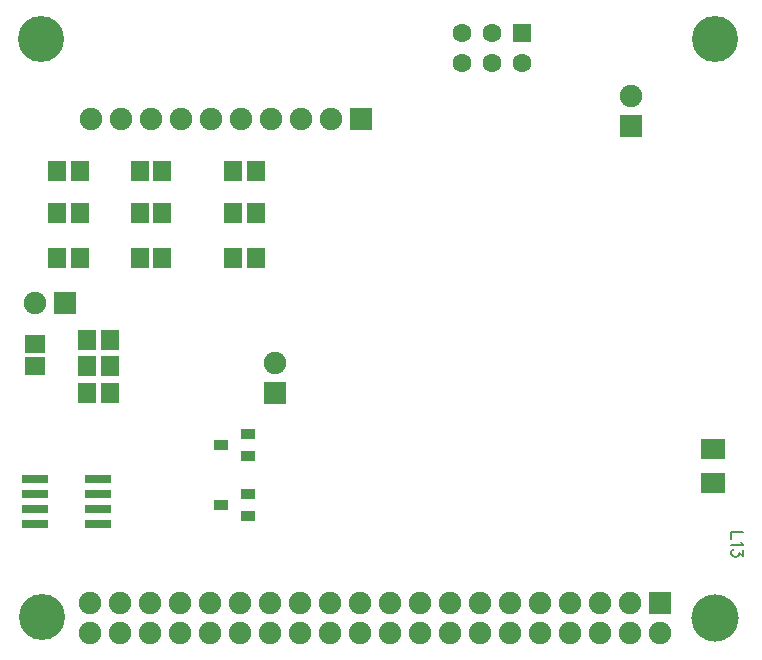
<source format=gbr>
G04 DipTrace 3.3.1.3*
G04 TopMask.gbr*
%MOIN*%
G04 #@! TF.FileFunction,Soldermask,Top*
G04 #@! TF.Part,Single*
%ADD30C,0.15748*%
%ADD31C,0.153543*%
%ADD37R,0.08662X0.031502*%
%ADD39R,0.059061X0.066935*%
%ADD41C,0.062998*%
%ADD43R,0.062998X0.062998*%
%ADD45C,0.074809*%
%ADD47R,0.074809X0.074809*%
%ADD49R,0.078746X0.070872*%
%ADD51R,0.049219X0.033471*%
%ADD53R,0.066935X0.059061*%
%ADD56C,0.006176*%
%FSLAX26Y26*%
G04*
G70*
G90*
G75*
G01*
G04 TopMask*
%LPD*%
D53*
X506200Y1368700D3*
Y1443503D3*
D51*
X1218700Y1068700D3*
Y1143503D3*
X1128149Y1106102D3*
D49*
X2768700Y981200D3*
Y1091436D3*
D30*
X2774802Y531056D3*
D31*
X531747Y532533D3*
X528407Y2459885D3*
X2775124Y2460364D3*
D47*
X1306200Y1281200D3*
D45*
Y1381200D3*
D47*
X2591598Y579489D3*
D45*
Y479489D3*
X2491598Y579489D3*
Y479489D3*
X2391598Y579489D3*
Y479489D3*
X2291598Y579489D3*
Y479489D3*
X2191598Y579489D3*
Y479489D3*
X2091598Y579489D3*
Y479489D3*
X1991598Y579489D3*
Y479489D3*
X1891598Y579489D3*
Y479489D3*
X1791598Y579489D3*
Y479489D3*
X1691598Y579489D3*
Y479489D3*
X1591598Y579489D3*
Y479489D3*
X1491598Y579489D3*
Y479489D3*
X1391598Y579489D3*
Y479489D3*
X1291598Y579489D3*
Y479489D3*
X1191598Y579489D3*
Y479489D3*
X1091598Y579489D3*
Y479489D3*
X991598Y579489D3*
Y479489D3*
X891598Y579489D3*
Y479489D3*
X791598Y579489D3*
Y479489D3*
X691598Y579489D3*
Y479489D3*
D47*
X1593700Y2193700D3*
D45*
X1493700D3*
X1393700D3*
X1293700D3*
X1193700D3*
X1093700D3*
X993700D3*
X893700D3*
X793700D3*
X693700D3*
D47*
X2493700Y2168700D3*
D45*
Y2268700D3*
D43*
X2131200Y2481200D3*
D41*
X2031200D3*
X1931200D3*
X2131200Y2381200D3*
X2031200D3*
X1931200D3*
D47*
X606200Y1581200D3*
D45*
X506200D3*
D51*
X1218700Y868700D3*
Y943503D3*
X1128149Y906102D3*
D39*
X1243700Y2018700D3*
X1168897D3*
X1243700Y1881200D3*
X1168897D3*
X1243700Y1731200D3*
X1168897D3*
X856397D3*
X931200D3*
X856397Y1881200D3*
X931200D3*
X856397Y2018700D3*
X931200D3*
X656200D3*
X581397D3*
X656200Y1881200D3*
X581397D3*
X656200Y1731200D3*
X581397D3*
X756200Y1281200D3*
X681397D3*
X756200Y1456200D3*
X681397D3*
X756200Y1368700D3*
X681397D3*
D37*
X506200Y993700D3*
Y943700D3*
Y893700D3*
Y843700D3*
X718798D3*
Y893700D3*
Y943700D3*
Y993700D3*
X2869182Y816779D2*
D56*
X2828990D1*
Y793831D1*
X2861488Y781479D2*
X2863434Y777633D1*
X2869137Y771885D1*
X2828990D1*
X2869137Y755687D2*
Y734684D1*
X2853839Y746136D1*
Y740388D1*
X2851937Y736585D1*
X2850036Y734684D1*
X2844288Y732739D1*
X2840486D1*
X2834738Y734684D1*
X2830891Y738487D1*
X2828990Y744235D1*
Y749983D1*
X2830891Y755687D1*
X2832836Y757588D1*
X2836639Y759533D1*
M02*

</source>
